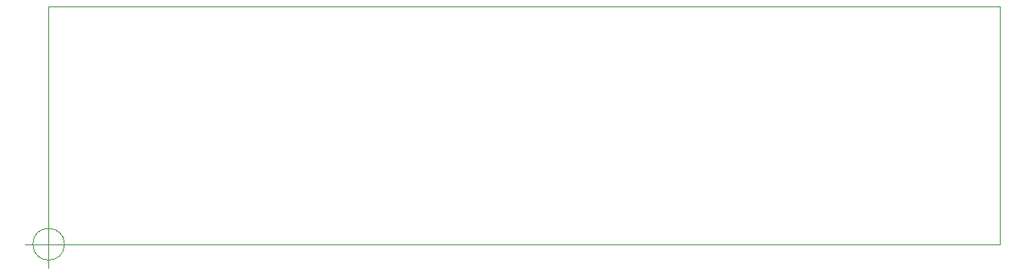
<source format=gm1>
%TF.GenerationSoftware,KiCad,Pcbnew,(6.0.10)*%
%TF.CreationDate,2024-05-12T12:00:46+09:00*%
%TF.ProjectId,simpleLogicCircuit,73696d70-6c65-44c6-9f67-696343697263,rev?*%
%TF.SameCoordinates,Original*%
%TF.FileFunction,Profile,NP*%
%FSLAX46Y46*%
G04 Gerber Fmt 4.6, Leading zero omitted, Abs format (unit mm)*
G04 Created by KiCad (PCBNEW (6.0.10)) date 2024-05-12 12:00:46*
%MOMM*%
%LPD*%
G01*
G04 APERTURE LIST*
%TA.AperFunction,Profile*%
%ADD10C,0.100000*%
%TD*%
G04 APERTURE END LIST*
D10*
X41666666Y-55000000D02*
G75*
G03*
X41666666Y-55000000I-1666666J0D01*
G01*
X37500000Y-55000000D02*
X42500000Y-55000000D01*
X40000000Y-52500000D02*
X40000000Y-57500000D01*
X40000000Y-30000000D02*
X140000000Y-30000000D01*
X140000000Y-30000000D02*
X140000000Y-55000000D01*
X140000000Y-55000000D02*
X40000000Y-55000000D01*
X40000000Y-55000000D02*
X40000000Y-30000000D01*
M02*

</source>
